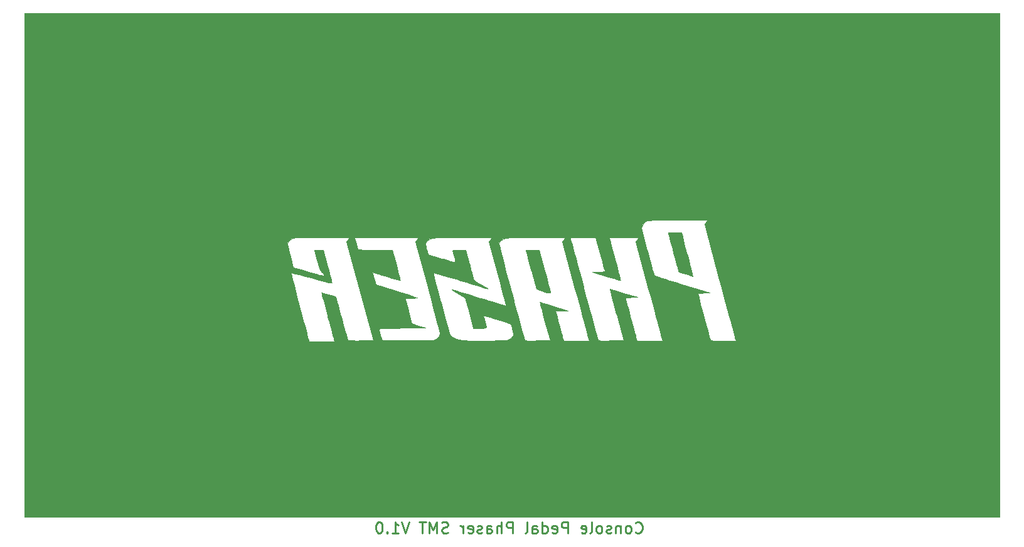
<source format=gbr>
G04 #@! TF.GenerationSoftware,KiCad,Pcbnew,(5.1.10)-1*
G04 #@! TF.CreationDate,2021-08-18T22:26:20-05:00*
G04 #@! TF.ProjectId,ConsolePedalPhaserSMT,436f6e73-6f6c-4655-9065-64616c506861,rev?*
G04 #@! TF.SameCoordinates,Original*
G04 #@! TF.FileFunction,Legend,Bot*
G04 #@! TF.FilePolarity,Positive*
%FSLAX46Y46*%
G04 Gerber Fmt 4.6, Leading zero omitted, Abs format (unit mm)*
G04 Created by KiCad (PCBNEW (5.1.10)-1) date 2021-08-18 22:26:20*
%MOMM*%
%LPD*%
G01*
G04 APERTURE LIST*
%ADD10C,0.250000*%
%ADD11C,0.010000*%
G04 APERTURE END LIST*
D10*
X149115714Y-121820714D02*
X149187142Y-121892142D01*
X149401428Y-121963571D01*
X149544285Y-121963571D01*
X149758571Y-121892142D01*
X149901428Y-121749285D01*
X149972857Y-121606428D01*
X150044285Y-121320714D01*
X150044285Y-121106428D01*
X149972857Y-120820714D01*
X149901428Y-120677857D01*
X149758571Y-120535000D01*
X149544285Y-120463571D01*
X149401428Y-120463571D01*
X149187142Y-120535000D01*
X149115714Y-120606428D01*
X148258571Y-121963571D02*
X148401428Y-121892142D01*
X148472857Y-121820714D01*
X148544285Y-121677857D01*
X148544285Y-121249285D01*
X148472857Y-121106428D01*
X148401428Y-121035000D01*
X148258571Y-120963571D01*
X148044285Y-120963571D01*
X147901428Y-121035000D01*
X147830000Y-121106428D01*
X147758571Y-121249285D01*
X147758571Y-121677857D01*
X147830000Y-121820714D01*
X147901428Y-121892142D01*
X148044285Y-121963571D01*
X148258571Y-121963571D01*
X147115714Y-120963571D02*
X147115714Y-121963571D01*
X147115714Y-121106428D02*
X147044285Y-121035000D01*
X146901428Y-120963571D01*
X146687142Y-120963571D01*
X146544285Y-121035000D01*
X146472857Y-121177857D01*
X146472857Y-121963571D01*
X145830000Y-121892142D02*
X145687142Y-121963571D01*
X145401428Y-121963571D01*
X145258571Y-121892142D01*
X145187142Y-121749285D01*
X145187142Y-121677857D01*
X145258571Y-121535000D01*
X145401428Y-121463571D01*
X145615714Y-121463571D01*
X145758571Y-121392142D01*
X145830000Y-121249285D01*
X145830000Y-121177857D01*
X145758571Y-121035000D01*
X145615714Y-120963571D01*
X145401428Y-120963571D01*
X145258571Y-121035000D01*
X144330000Y-121963571D02*
X144472857Y-121892142D01*
X144544285Y-121820714D01*
X144615714Y-121677857D01*
X144615714Y-121249285D01*
X144544285Y-121106428D01*
X144472857Y-121035000D01*
X144330000Y-120963571D01*
X144115714Y-120963571D01*
X143972857Y-121035000D01*
X143901428Y-121106428D01*
X143830000Y-121249285D01*
X143830000Y-121677857D01*
X143901428Y-121820714D01*
X143972857Y-121892142D01*
X144115714Y-121963571D01*
X144330000Y-121963571D01*
X142972857Y-121963571D02*
X143115714Y-121892142D01*
X143187142Y-121749285D01*
X143187142Y-120463571D01*
X141830000Y-121892142D02*
X141972857Y-121963571D01*
X142258571Y-121963571D01*
X142401428Y-121892142D01*
X142472857Y-121749285D01*
X142472857Y-121177857D01*
X142401428Y-121035000D01*
X142258571Y-120963571D01*
X141972857Y-120963571D01*
X141830000Y-121035000D01*
X141758571Y-121177857D01*
X141758571Y-121320714D01*
X142472857Y-121463571D01*
X139972857Y-121963571D02*
X139972857Y-120463571D01*
X139401428Y-120463571D01*
X139258571Y-120535000D01*
X139187142Y-120606428D01*
X139115714Y-120749285D01*
X139115714Y-120963571D01*
X139187142Y-121106428D01*
X139258571Y-121177857D01*
X139401428Y-121249285D01*
X139972857Y-121249285D01*
X137901428Y-121892142D02*
X138044285Y-121963571D01*
X138330000Y-121963571D01*
X138472857Y-121892142D01*
X138544285Y-121749285D01*
X138544285Y-121177857D01*
X138472857Y-121035000D01*
X138330000Y-120963571D01*
X138044285Y-120963571D01*
X137901428Y-121035000D01*
X137830000Y-121177857D01*
X137830000Y-121320714D01*
X138544285Y-121463571D01*
X136544285Y-121963571D02*
X136544285Y-120463571D01*
X136544285Y-121892142D02*
X136687142Y-121963571D01*
X136972857Y-121963571D01*
X137115714Y-121892142D01*
X137187142Y-121820714D01*
X137258571Y-121677857D01*
X137258571Y-121249285D01*
X137187142Y-121106428D01*
X137115714Y-121035000D01*
X136972857Y-120963571D01*
X136687142Y-120963571D01*
X136544285Y-121035000D01*
X135187142Y-121963571D02*
X135187142Y-121177857D01*
X135258571Y-121035000D01*
X135401428Y-120963571D01*
X135687142Y-120963571D01*
X135830000Y-121035000D01*
X135187142Y-121892142D02*
X135330000Y-121963571D01*
X135687142Y-121963571D01*
X135830000Y-121892142D01*
X135901428Y-121749285D01*
X135901428Y-121606428D01*
X135830000Y-121463571D01*
X135687142Y-121392142D01*
X135330000Y-121392142D01*
X135187142Y-121320714D01*
X134258571Y-121963571D02*
X134401428Y-121892142D01*
X134472857Y-121749285D01*
X134472857Y-120463571D01*
X132544285Y-121963571D02*
X132544285Y-120463571D01*
X131972857Y-120463571D01*
X131830000Y-120535000D01*
X131758571Y-120606428D01*
X131687142Y-120749285D01*
X131687142Y-120963571D01*
X131758571Y-121106428D01*
X131830000Y-121177857D01*
X131972857Y-121249285D01*
X132544285Y-121249285D01*
X131044285Y-121963571D02*
X131044285Y-120463571D01*
X130401428Y-121963571D02*
X130401428Y-121177857D01*
X130472857Y-121035000D01*
X130615714Y-120963571D01*
X130830000Y-120963571D01*
X130972857Y-121035000D01*
X131044285Y-121106428D01*
X129044285Y-121963571D02*
X129044285Y-121177857D01*
X129115714Y-121035000D01*
X129258571Y-120963571D01*
X129544285Y-120963571D01*
X129687142Y-121035000D01*
X129044285Y-121892142D02*
X129187142Y-121963571D01*
X129544285Y-121963571D01*
X129687142Y-121892142D01*
X129758571Y-121749285D01*
X129758571Y-121606428D01*
X129687142Y-121463571D01*
X129544285Y-121392142D01*
X129187142Y-121392142D01*
X129044285Y-121320714D01*
X128401428Y-121892142D02*
X128258571Y-121963571D01*
X127972857Y-121963571D01*
X127830000Y-121892142D01*
X127758571Y-121749285D01*
X127758571Y-121677857D01*
X127830000Y-121535000D01*
X127972857Y-121463571D01*
X128187142Y-121463571D01*
X128330000Y-121392142D01*
X128401428Y-121249285D01*
X128401428Y-121177857D01*
X128330000Y-121035000D01*
X128187142Y-120963571D01*
X127972857Y-120963571D01*
X127830000Y-121035000D01*
X126544285Y-121892142D02*
X126687142Y-121963571D01*
X126972857Y-121963571D01*
X127115714Y-121892142D01*
X127187142Y-121749285D01*
X127187142Y-121177857D01*
X127115714Y-121035000D01*
X126972857Y-120963571D01*
X126687142Y-120963571D01*
X126544285Y-121035000D01*
X126472857Y-121177857D01*
X126472857Y-121320714D01*
X127187142Y-121463571D01*
X125830000Y-121963571D02*
X125830000Y-120963571D01*
X125830000Y-121249285D02*
X125758571Y-121106428D01*
X125687142Y-121035000D01*
X125544285Y-120963571D01*
X125401428Y-120963571D01*
X123830000Y-121892142D02*
X123615714Y-121963571D01*
X123258571Y-121963571D01*
X123115714Y-121892142D01*
X123044285Y-121820714D01*
X122972857Y-121677857D01*
X122972857Y-121535000D01*
X123044285Y-121392142D01*
X123115714Y-121320714D01*
X123258571Y-121249285D01*
X123544285Y-121177857D01*
X123687142Y-121106428D01*
X123758571Y-121035000D01*
X123830000Y-120892142D01*
X123830000Y-120749285D01*
X123758571Y-120606428D01*
X123687142Y-120535000D01*
X123544285Y-120463571D01*
X123187142Y-120463571D01*
X122972857Y-120535000D01*
X122330000Y-121963571D02*
X122330000Y-120463571D01*
X121830000Y-121535000D01*
X121330000Y-120463571D01*
X121330000Y-121963571D01*
X120830000Y-120463571D02*
X119972857Y-120463571D01*
X120401428Y-121963571D02*
X120401428Y-120463571D01*
X118544285Y-120463571D02*
X118044285Y-121963571D01*
X117544285Y-120463571D01*
X116258571Y-121963571D02*
X117115714Y-121963571D01*
X116687142Y-121963571D02*
X116687142Y-120463571D01*
X116830000Y-120677857D01*
X116972857Y-120820714D01*
X117115714Y-120892142D01*
X115615714Y-121820714D02*
X115544285Y-121892142D01*
X115615714Y-121963571D01*
X115687142Y-121892142D01*
X115615714Y-121820714D01*
X115615714Y-121963571D01*
X114615714Y-120463571D02*
X114472857Y-120463571D01*
X114330000Y-120535000D01*
X114258571Y-120606428D01*
X114187142Y-120749285D01*
X114115714Y-121035000D01*
X114115714Y-121392142D01*
X114187142Y-121677857D01*
X114258571Y-121820714D01*
X114330000Y-121892142D01*
X114472857Y-121963571D01*
X114615714Y-121963571D01*
X114758571Y-121892142D01*
X114830000Y-121820714D01*
X114901428Y-121677857D01*
X114972857Y-121392142D01*
X114972857Y-121035000D01*
X114901428Y-120749285D01*
X114830000Y-120606428D01*
X114758571Y-120535000D01*
X114615714Y-120463571D01*
X146429285Y-111071761D02*
X145286428Y-111071761D01*
X145857857Y-113071761D02*
X145857857Y-111071761D01*
X144619761Y-113071761D02*
X144619761Y-111071761D01*
X143762619Y-113071761D02*
X143762619Y-112024142D01*
X143857857Y-111833666D01*
X144048333Y-111738428D01*
X144334047Y-111738428D01*
X144524523Y-111833666D01*
X144619761Y-111928904D01*
X142524523Y-113071761D02*
X142715000Y-112976523D01*
X142810238Y-112881285D01*
X142905476Y-112690809D01*
X142905476Y-112119380D01*
X142810238Y-111928904D01*
X142715000Y-111833666D01*
X142524523Y-111738428D01*
X142238809Y-111738428D01*
X142048333Y-111833666D01*
X141953095Y-111928904D01*
X141857857Y-112119380D01*
X141857857Y-112690809D01*
X141953095Y-112881285D01*
X142048333Y-112976523D01*
X142238809Y-113071761D01*
X142524523Y-113071761D01*
X141000714Y-113071761D02*
X141000714Y-111738428D01*
X141000714Y-111928904D02*
X140905476Y-111833666D01*
X140715000Y-111738428D01*
X140429285Y-111738428D01*
X140238809Y-111833666D01*
X140143571Y-112024142D01*
X140143571Y-113071761D01*
X140143571Y-112024142D02*
X140048333Y-111833666D01*
X139857857Y-111738428D01*
X139572142Y-111738428D01*
X139381666Y-111833666D01*
X139286428Y-112024142D01*
X139286428Y-113071761D01*
X137476904Y-113071761D02*
X137476904Y-112024142D01*
X137572142Y-111833666D01*
X137762619Y-111738428D01*
X138143571Y-111738428D01*
X138334047Y-111833666D01*
X137476904Y-112976523D02*
X137667380Y-113071761D01*
X138143571Y-113071761D01*
X138334047Y-112976523D01*
X138429285Y-112786047D01*
X138429285Y-112595571D01*
X138334047Y-112405095D01*
X138143571Y-112309857D01*
X137667380Y-112309857D01*
X137476904Y-112214619D01*
X136619761Y-112976523D02*
X136429285Y-113071761D01*
X136048333Y-113071761D01*
X135857857Y-112976523D01*
X135762619Y-112786047D01*
X135762619Y-112690809D01*
X135857857Y-112500333D01*
X136048333Y-112405095D01*
X136334047Y-112405095D01*
X136524523Y-112309857D01*
X136619761Y-112119380D01*
X136619761Y-112024142D01*
X136524523Y-111833666D01*
X136334047Y-111738428D01*
X136048333Y-111738428D01*
X135857857Y-111833666D01*
X133381666Y-113071761D02*
X133381666Y-111071761D01*
X132715000Y-112500333D01*
X132048333Y-111071761D01*
X132048333Y-113071761D01*
X130238809Y-112976523D02*
X130429285Y-113071761D01*
X130810238Y-113071761D01*
X131000714Y-112976523D01*
X131095952Y-112881285D01*
X131191190Y-112690809D01*
X131191190Y-112119380D01*
X131095952Y-111928904D01*
X131000714Y-111833666D01*
X130810238Y-111738428D01*
X130429285Y-111738428D01*
X130238809Y-111833666D01*
X129381666Y-113071761D02*
X129381666Y-111071761D01*
X128905476Y-111071761D01*
X128619761Y-111167000D01*
X128429285Y-111357476D01*
X128334047Y-111547952D01*
X128238809Y-111928904D01*
X128238809Y-112214619D01*
X128334047Y-112595571D01*
X128429285Y-112786047D01*
X128619761Y-112976523D01*
X128905476Y-113071761D01*
X129381666Y-113071761D01*
X127095952Y-113071761D02*
X127286428Y-112976523D01*
X127381666Y-112881285D01*
X127476904Y-112690809D01*
X127476904Y-112119380D01*
X127381666Y-111928904D01*
X127286428Y-111833666D01*
X127095952Y-111738428D01*
X126810238Y-111738428D01*
X126619761Y-111833666D01*
X126524523Y-111928904D01*
X126429285Y-112119380D01*
X126429285Y-112690809D01*
X126524523Y-112881285D01*
X126619761Y-112976523D01*
X126810238Y-113071761D01*
X127095952Y-113071761D01*
X125572142Y-111738428D02*
X125572142Y-113071761D01*
X125572142Y-111928904D02*
X125476904Y-111833666D01*
X125286428Y-111738428D01*
X125000714Y-111738428D01*
X124810238Y-111833666D01*
X124715000Y-112024142D01*
X124715000Y-113071761D01*
X122905476Y-113071761D02*
X122905476Y-112024142D01*
X123000714Y-111833666D01*
X123191190Y-111738428D01*
X123572142Y-111738428D01*
X123762619Y-111833666D01*
X122905476Y-112976523D02*
X123095952Y-113071761D01*
X123572142Y-113071761D01*
X123762619Y-112976523D01*
X123857857Y-112786047D01*
X123857857Y-112595571D01*
X123762619Y-112405095D01*
X123572142Y-112309857D01*
X123095952Y-112309857D01*
X122905476Y-112214619D01*
X121095952Y-111738428D02*
X121095952Y-113357476D01*
X121191190Y-113547952D01*
X121286428Y-113643190D01*
X121476904Y-113738428D01*
X121762619Y-113738428D01*
X121953095Y-113643190D01*
X121095952Y-112976523D02*
X121286428Y-113071761D01*
X121667380Y-113071761D01*
X121857857Y-112976523D01*
X121953095Y-112881285D01*
X122048333Y-112690809D01*
X122048333Y-112119380D01*
X121953095Y-111928904D01*
X121857857Y-111833666D01*
X121667380Y-111738428D01*
X121286428Y-111738428D01*
X121095952Y-111833666D01*
X120143571Y-113071761D02*
X120143571Y-111071761D01*
X119286428Y-113071761D02*
X119286428Y-112024142D01*
X119381666Y-111833666D01*
X119572142Y-111738428D01*
X119857857Y-111738428D01*
X120048333Y-111833666D01*
X120143571Y-111928904D01*
X145619761Y-116226523D02*
X145810238Y-116321761D01*
X146191190Y-116321761D01*
X146381666Y-116226523D01*
X146476904Y-116131285D01*
X146572142Y-115940809D01*
X146572142Y-115369380D01*
X146476904Y-115178904D01*
X146381666Y-115083666D01*
X146191190Y-114988428D01*
X145810238Y-114988428D01*
X145619761Y-115083666D01*
X144476904Y-116321761D02*
X144667380Y-116226523D01*
X144762619Y-116131285D01*
X144857857Y-115940809D01*
X144857857Y-115369380D01*
X144762619Y-115178904D01*
X144667380Y-115083666D01*
X144476904Y-114988428D01*
X144191190Y-114988428D01*
X144000714Y-115083666D01*
X143905476Y-115178904D01*
X143810238Y-115369380D01*
X143810238Y-115940809D01*
X143905476Y-116131285D01*
X144000714Y-116226523D01*
X144191190Y-116321761D01*
X144476904Y-116321761D01*
X142953095Y-114988428D02*
X142953095Y-116321761D01*
X142953095Y-115178904D02*
X142857857Y-115083666D01*
X142667380Y-114988428D01*
X142381666Y-114988428D01*
X142191190Y-115083666D01*
X142095952Y-115274142D01*
X142095952Y-116321761D01*
X141238809Y-116226523D02*
X141048333Y-116321761D01*
X140667380Y-116321761D01*
X140476904Y-116226523D01*
X140381666Y-116036047D01*
X140381666Y-115940809D01*
X140476904Y-115750333D01*
X140667380Y-115655095D01*
X140953095Y-115655095D01*
X141143571Y-115559857D01*
X141238809Y-115369380D01*
X141238809Y-115274142D01*
X141143571Y-115083666D01*
X140953095Y-114988428D01*
X140667380Y-114988428D01*
X140476904Y-115083666D01*
X139238809Y-116321761D02*
X139429285Y-116226523D01*
X139524523Y-116131285D01*
X139619761Y-115940809D01*
X139619761Y-115369380D01*
X139524523Y-115178904D01*
X139429285Y-115083666D01*
X139238809Y-114988428D01*
X138953095Y-114988428D01*
X138762619Y-115083666D01*
X138667380Y-115178904D01*
X138572142Y-115369380D01*
X138572142Y-115940809D01*
X138667380Y-116131285D01*
X138762619Y-116226523D01*
X138953095Y-116321761D01*
X139238809Y-116321761D01*
X137429285Y-116321761D02*
X137619761Y-116226523D01*
X137715000Y-116036047D01*
X137715000Y-114321761D01*
X135905476Y-116226523D02*
X136095952Y-116321761D01*
X136476904Y-116321761D01*
X136667380Y-116226523D01*
X136762619Y-116036047D01*
X136762619Y-115274142D01*
X136667380Y-115083666D01*
X136476904Y-114988428D01*
X136095952Y-114988428D01*
X135905476Y-115083666D01*
X135810238Y-115274142D01*
X135810238Y-115464619D01*
X136762619Y-115655095D01*
X134953095Y-114988428D02*
X134953095Y-116988428D01*
X134953095Y-115083666D02*
X134762619Y-114988428D01*
X134381666Y-114988428D01*
X134191190Y-115083666D01*
X134095952Y-115178904D01*
X134000714Y-115369380D01*
X134000714Y-115940809D01*
X134095952Y-116131285D01*
X134191190Y-116226523D01*
X134381666Y-116321761D01*
X134762619Y-116321761D01*
X134953095Y-116226523D01*
X132381666Y-116226523D02*
X132572142Y-116321761D01*
X132953095Y-116321761D01*
X133143571Y-116226523D01*
X133238809Y-116036047D01*
X133238809Y-115274142D01*
X133143571Y-115083666D01*
X132953095Y-114988428D01*
X132572142Y-114988428D01*
X132381666Y-115083666D01*
X132286428Y-115274142D01*
X132286428Y-115464619D01*
X133238809Y-115655095D01*
X130572142Y-116321761D02*
X130572142Y-114321761D01*
X130572142Y-116226523D02*
X130762619Y-116321761D01*
X131143571Y-116321761D01*
X131334047Y-116226523D01*
X131429285Y-116131285D01*
X131524523Y-115940809D01*
X131524523Y-115369380D01*
X131429285Y-115178904D01*
X131334047Y-115083666D01*
X131143571Y-114988428D01*
X130762619Y-114988428D01*
X130572142Y-115083666D01*
X128762619Y-116321761D02*
X128762619Y-115274142D01*
X128857857Y-115083666D01*
X129048333Y-114988428D01*
X129429285Y-114988428D01*
X129619761Y-115083666D01*
X128762619Y-116226523D02*
X128953095Y-116321761D01*
X129429285Y-116321761D01*
X129619761Y-116226523D01*
X129715000Y-116036047D01*
X129715000Y-115845571D01*
X129619761Y-115655095D01*
X129429285Y-115559857D01*
X128953095Y-115559857D01*
X128762619Y-115464619D01*
X127524523Y-116321761D02*
X127715000Y-116226523D01*
X127810238Y-116036047D01*
X127810238Y-114321761D01*
X126857857Y-116226523D02*
X126667380Y-116321761D01*
X126286428Y-116321761D01*
X126095952Y-116226523D01*
X126000714Y-116036047D01*
X126000714Y-115940809D01*
X126095952Y-115750333D01*
X126286428Y-115655095D01*
X126572142Y-115655095D01*
X126762619Y-115559857D01*
X126857857Y-115369380D01*
X126857857Y-115274142D01*
X126762619Y-115083666D01*
X126572142Y-114988428D01*
X126286428Y-114988428D01*
X126095952Y-115083666D01*
X125143571Y-116131285D02*
X125048333Y-116226523D01*
X125143571Y-116321761D01*
X125238809Y-116226523D01*
X125143571Y-116131285D01*
X125143571Y-116321761D01*
X123334047Y-116226523D02*
X123524523Y-116321761D01*
X123905476Y-116321761D01*
X124095952Y-116226523D01*
X124191190Y-116131285D01*
X124286428Y-115940809D01*
X124286428Y-115369380D01*
X124191190Y-115178904D01*
X124095952Y-115083666D01*
X123905476Y-114988428D01*
X123524523Y-114988428D01*
X123334047Y-115083666D01*
X122191190Y-116321761D02*
X122381666Y-116226523D01*
X122476904Y-116131285D01*
X122572142Y-115940809D01*
X122572142Y-115369380D01*
X122476904Y-115178904D01*
X122381666Y-115083666D01*
X122191190Y-114988428D01*
X121905476Y-114988428D01*
X121715000Y-115083666D01*
X121619761Y-115178904D01*
X121524523Y-115369380D01*
X121524523Y-115940809D01*
X121619761Y-116131285D01*
X121715000Y-116226523D01*
X121905476Y-116321761D01*
X122191190Y-116321761D01*
X120667380Y-116321761D02*
X120667380Y-114988428D01*
X120667380Y-115178904D02*
X120572142Y-115083666D01*
X120381666Y-114988428D01*
X120095952Y-114988428D01*
X119905476Y-115083666D01*
X119810238Y-115274142D01*
X119810238Y-116321761D01*
X119810238Y-115274142D02*
X119715000Y-115083666D01*
X119524523Y-114988428D01*
X119238809Y-114988428D01*
X119048333Y-115083666D01*
X118953095Y-115274142D01*
X118953095Y-116321761D01*
D11*
G04 #@! TO.C,G\u002A\u002A\u002A*
G36*
X66675000Y-119761000D02*
G01*
X198247000Y-119761000D01*
X198247000Y-95969666D01*
X162677873Y-95969666D01*
X160952476Y-95969666D01*
X152767351Y-95969666D01*
X149314397Y-95969666D01*
X142861351Y-95969666D01*
X139416799Y-95969666D01*
X139330376Y-95694500D01*
X139282275Y-95528994D01*
X139199148Y-95229899D01*
X139089218Y-94827342D01*
X138960705Y-94351454D01*
X138821830Y-93832361D01*
X138804789Y-93768333D01*
X138669009Y-93260074D01*
X138546227Y-92804605D01*
X138443683Y-92428457D01*
X138368621Y-92158161D01*
X138328280Y-92020247D01*
X138325255Y-92011500D01*
X138348589Y-91961377D01*
X138477752Y-91928014D01*
X138733485Y-91908655D01*
X139136531Y-91900545D01*
X139161775Y-91900381D01*
X140038667Y-91895095D01*
X138139207Y-91309230D01*
X137603030Y-91144910D01*
X137123809Y-91000066D01*
X136724182Y-90881375D01*
X136426786Y-90795513D01*
X136254260Y-90749156D01*
X136219897Y-90743214D01*
X136236240Y-90826657D01*
X136291897Y-91053845D01*
X136381757Y-91405122D01*
X136500710Y-91860831D01*
X136643643Y-92401315D01*
X136805447Y-93006918D01*
X136896467Y-93345198D01*
X137592885Y-95927333D01*
X135903624Y-95950292D01*
X135386578Y-95955455D01*
X134929620Y-95956466D01*
X134558895Y-95953559D01*
X134300548Y-95946969D01*
X134180727Y-95936930D01*
X134175921Y-95934809D01*
X134145612Y-95846037D01*
X134076201Y-95608605D01*
X133971721Y-95237602D01*
X133904809Y-94995911D01*
X132622494Y-94995911D01*
X132601594Y-95224848D01*
X132521363Y-95408605D01*
X132498992Y-95442172D01*
X132402546Y-95567918D01*
X132294953Y-95671177D01*
X132159386Y-95754215D01*
X131979016Y-95819299D01*
X131737018Y-95868697D01*
X131416563Y-95904675D01*
X131000826Y-95929500D01*
X130472979Y-95945438D01*
X129816195Y-95954757D01*
X129013648Y-95959723D01*
X128647622Y-95961000D01*
X127832017Y-95962112D01*
X127166614Y-95959509D01*
X126632310Y-95952494D01*
X126210002Y-95940369D01*
X125880587Y-95922437D01*
X125624960Y-95898001D01*
X125424018Y-95866364D01*
X125303289Y-95838945D01*
X124782476Y-95656012D01*
X124370888Y-95411817D01*
X124093434Y-95122534D01*
X124043735Y-95033590D01*
X122724334Y-95033590D01*
X122644732Y-95358292D01*
X122415658Y-95627012D01*
X122051708Y-95825664D01*
X121835334Y-95891521D01*
X121696039Y-95904883D01*
X121407352Y-95916595D01*
X120989208Y-95926385D01*
X120461541Y-95933984D01*
X119844287Y-95939119D01*
X119157382Y-95941520D01*
X118420759Y-95940917D01*
X118245102Y-95940319D01*
X114908870Y-95927333D01*
X113714666Y-95927333D01*
X112023776Y-95950301D01*
X111435345Y-95954242D01*
X110949548Y-95949233D01*
X110583746Y-95935860D01*
X110355304Y-95914709D01*
X110282382Y-95891550D01*
X110249445Y-95793073D01*
X110178721Y-95550256D01*
X110075557Y-95182502D01*
X109945305Y-94709219D01*
X109793312Y-94149813D01*
X109624927Y-93523688D01*
X109482576Y-92989916D01*
X109303516Y-92323379D01*
X109134293Y-91707370D01*
X108980573Y-91161466D01*
X108848023Y-90705243D01*
X108742308Y-90358280D01*
X108669096Y-90140154D01*
X108637971Y-90071806D01*
X108531172Y-90015003D01*
X108309047Y-89927260D01*
X108011052Y-89821349D01*
X107676643Y-89710042D01*
X107345276Y-89606112D01*
X107056407Y-89522330D01*
X106849492Y-89471471D01*
X106764657Y-89465393D01*
X106780194Y-89550311D01*
X106835626Y-89781117D01*
X106926413Y-90140301D01*
X107048012Y-90610353D01*
X107195880Y-91173763D01*
X107365474Y-91813020D01*
X107552253Y-92510615D01*
X107617344Y-92752333D01*
X107809523Y-93465324D01*
X107987297Y-94125516D01*
X108145971Y-94715429D01*
X108280853Y-95217583D01*
X108387247Y-95614497D01*
X108460460Y-95888691D01*
X108495798Y-96022685D01*
X108498349Y-96033166D01*
X108418484Y-96039540D01*
X108194349Y-96045145D01*
X107851009Y-96049673D01*
X107413525Y-96052817D01*
X106906962Y-96054270D01*
X106773846Y-96054333D01*
X105047358Y-96054333D01*
X104998488Y-95859622D01*
X104967816Y-95742728D01*
X104897545Y-95478017D01*
X104791880Y-95081241D01*
X104655025Y-94568152D01*
X104491185Y-93954501D01*
X104304565Y-93256041D01*
X104099370Y-92488525D01*
X103879804Y-91667703D01*
X103762705Y-91230115D01*
X103539921Y-90394192D01*
X103332256Y-89608184D01*
X103143559Y-88887132D01*
X102977681Y-88246076D01*
X102838469Y-87700057D01*
X102729775Y-87264116D01*
X102655446Y-86953293D01*
X102619332Y-86782630D01*
X102617151Y-86753960D01*
X102705547Y-86766125D01*
X102937606Y-86819598D01*
X103294115Y-86909365D01*
X103755864Y-87030413D01*
X104303641Y-87177728D01*
X104918234Y-87346296D01*
X105388922Y-87477336D01*
X106172119Y-87693757D01*
X106836577Y-87871253D01*
X107373857Y-88007768D01*
X107775524Y-88101245D01*
X108033141Y-88149631D01*
X108138270Y-88150867D01*
X108140249Y-88147702D01*
X108124612Y-88043608D01*
X108069827Y-87798717D01*
X107981491Y-87435548D01*
X107865204Y-86976617D01*
X107726562Y-86444442D01*
X107579998Y-85894333D01*
X106998832Y-83735333D01*
X106394916Y-83710457D01*
X106099886Y-83703056D01*
X105884776Y-83706719D01*
X105791932Y-83720593D01*
X105791000Y-83722616D01*
X105811829Y-83812837D01*
X105869360Y-84038048D01*
X105956162Y-84369758D01*
X106064804Y-84779476D01*
X106139777Y-85059826D01*
X106277130Y-85562314D01*
X106387614Y-85933536D01*
X106484955Y-86206621D01*
X106582878Y-86414698D01*
X106695110Y-86590897D01*
X106835376Y-86768346D01*
X106859443Y-86796837D01*
X107046031Y-87022289D01*
X107179236Y-87194096D01*
X107230333Y-87275200D01*
X107230334Y-87275297D01*
X107155275Y-87270600D01*
X106953285Y-87224221D01*
X106659148Y-87144702D01*
X106447167Y-87082925D01*
X106083406Y-86974668D01*
X105608598Y-86833981D01*
X105074189Y-86676076D01*
X104531623Y-86516166D01*
X104303928Y-86449195D01*
X102943855Y-86049461D01*
X102547094Y-84546492D01*
X102420078Y-84056149D01*
X102309906Y-83613274D01*
X102223580Y-83247464D01*
X102168105Y-82988316D01*
X102150334Y-82869641D01*
X102232327Y-82619573D01*
X102469187Y-82368607D01*
X102766742Y-82174404D01*
X102848827Y-82132553D01*
X102938288Y-82097974D01*
X103051175Y-82069975D01*
X103203533Y-82047861D01*
X103411410Y-82030941D01*
X103690854Y-82018522D01*
X104057911Y-82009909D01*
X104528629Y-82004410D01*
X105119054Y-82001332D01*
X105845235Y-81999982D01*
X106723217Y-81999667D01*
X106812628Y-81999666D01*
X110538438Y-81999666D01*
X110338223Y-82294310D01*
X110138008Y-82588953D01*
X113714666Y-95927333D01*
X114908870Y-95927333D01*
X114714220Y-95207666D01*
X114625997Y-94871725D01*
X114557640Y-94592947D01*
X114519808Y-94415580D01*
X114515619Y-94383197D01*
X114551596Y-94354587D01*
X114670325Y-94330598D01*
X114884492Y-94310719D01*
X115206777Y-94294438D01*
X115649866Y-94281244D01*
X116226440Y-94270625D01*
X116949183Y-94262070D01*
X117665500Y-94256197D01*
X120819334Y-94234000D01*
X119888140Y-93932148D01*
X118956947Y-93630297D01*
X118514492Y-91984815D01*
X118379792Y-91481229D01*
X118261396Y-91033567D01*
X118165981Y-90667483D01*
X118100221Y-90408628D01*
X118070788Y-90282655D01*
X118069853Y-90275833D01*
X118147456Y-90248770D01*
X118358046Y-90227449D01*
X118665305Y-90214697D01*
X118886112Y-90212333D01*
X119226596Y-90206332D01*
X119484686Y-90190170D01*
X119627494Y-90166605D01*
X119643127Y-90148833D01*
X119550355Y-90109685D01*
X119314737Y-90027338D01*
X118955395Y-89907994D01*
X118491448Y-89757857D01*
X117942018Y-89583127D01*
X117326225Y-89390009D01*
X116820008Y-89233030D01*
X114058318Y-88380728D01*
X113828628Y-87526177D01*
X113598937Y-86671626D01*
X113822469Y-86747283D01*
X114073035Y-86829167D01*
X114421022Y-86938888D01*
X114838471Y-87068048D01*
X115297423Y-87208248D01*
X115769918Y-87351089D01*
X116227998Y-87488172D01*
X116643702Y-87611099D01*
X116989072Y-87711471D01*
X117236148Y-87780889D01*
X117356972Y-87810954D01*
X117364324Y-87811232D01*
X117349859Y-87726695D01*
X117297265Y-87500894D01*
X117212128Y-87156158D01*
X117100032Y-86714816D01*
X116966561Y-86199196D01*
X116851778Y-85761973D01*
X116316614Y-83735333D01*
X113980091Y-83712836D01*
X113286936Y-83705407D01*
X112744396Y-83697152D01*
X112333753Y-83686738D01*
X112036289Y-83672835D01*
X111833286Y-83654110D01*
X111706026Y-83629232D01*
X111635792Y-83596871D01*
X111603865Y-83555694D01*
X111599566Y-83543503D01*
X111526131Y-83288959D01*
X111440356Y-82977864D01*
X111354042Y-82654964D01*
X111278989Y-82365007D01*
X111226995Y-82152742D01*
X111209667Y-82064868D01*
X111291689Y-82052231D01*
X111527176Y-82040401D01*
X111900262Y-82029618D01*
X112395081Y-82020120D01*
X112995764Y-82012149D01*
X113686446Y-82005942D01*
X114451259Y-82001739D01*
X115274338Y-81999780D01*
X115530719Y-81999666D01*
X119851772Y-81999666D01*
X119651486Y-82294413D01*
X119451201Y-82589159D01*
X121087767Y-88700842D01*
X121352154Y-89691087D01*
X121603304Y-90637396D01*
X121837787Y-91526496D01*
X122052171Y-92345112D01*
X122243028Y-93079972D01*
X122406926Y-93717803D01*
X122540436Y-94245330D01*
X122640128Y-94649280D01*
X122702570Y-94916380D01*
X122724333Y-95033356D01*
X122724334Y-95033590D01*
X124043735Y-95033590D01*
X124032837Y-95014087D01*
X123985907Y-94878789D01*
X123903487Y-94605102D01*
X123790614Y-94211941D01*
X123652327Y-93718224D01*
X123493664Y-93142868D01*
X123319662Y-92504789D01*
X123135360Y-91822906D01*
X122945797Y-91116133D01*
X122756010Y-90403390D01*
X122571037Y-89703592D01*
X122395916Y-89035656D01*
X122235686Y-88418500D01*
X122095384Y-87871041D01*
X121980050Y-87412195D01*
X121894720Y-87060879D01*
X121844433Y-86836011D01*
X121833683Y-86756761D01*
X121919778Y-86773053D01*
X122151302Y-86834606D01*
X122511915Y-86936629D01*
X122985276Y-87074333D01*
X123555048Y-87242930D01*
X124204890Y-87437629D01*
X124918463Y-87653641D01*
X125522080Y-87837920D01*
X126274532Y-88067600D01*
X126976042Y-88280042D01*
X127610305Y-88470429D01*
X128161014Y-88633947D01*
X128611865Y-88765779D01*
X128946550Y-88861111D01*
X129148766Y-88915125D01*
X129204190Y-88925365D01*
X129146558Y-88875092D01*
X128966783Y-88759394D01*
X128691148Y-88594353D01*
X128345938Y-88396054D01*
X128262811Y-88349308D01*
X127836046Y-88103405D01*
X127540714Y-87914922D01*
X127355542Y-87768109D01*
X127259254Y-87647216D01*
X127237460Y-87590230D01*
X127200850Y-87447526D01*
X127127949Y-87168161D01*
X127025854Y-86779154D01*
X126901661Y-86307526D01*
X126762468Y-85780295D01*
X126703064Y-85555666D01*
X126221430Y-83735333D01*
X125312912Y-83711234D01*
X124912027Y-83702686D01*
X124652465Y-83705277D01*
X124506364Y-83723095D01*
X124445859Y-83760231D01*
X124443089Y-83820774D01*
X124447629Y-83838234D01*
X124613271Y-84432422D01*
X124730225Y-84886308D01*
X124797046Y-85193733D01*
X124812286Y-85348540D01*
X124806389Y-85364500D01*
X124715130Y-85354738D01*
X124485973Y-85300946D01*
X124142660Y-85209554D01*
X123708934Y-85086989D01*
X123208537Y-84939680D01*
X122958343Y-84864113D01*
X121158000Y-84316022D01*
X121007011Y-83856344D01*
X120910382Y-83525765D01*
X120832693Y-83196521D01*
X120807175Y-83052682D01*
X120791469Y-82815335D01*
X120848769Y-82645099D01*
X121008459Y-82458614D01*
X121021024Y-82446001D01*
X121392779Y-82193732D01*
X121711861Y-82091486D01*
X121916395Y-82067159D01*
X122282211Y-82046286D01*
X122801289Y-82029043D01*
X123465608Y-82015602D01*
X124267149Y-82006138D01*
X125197892Y-82000825D01*
X125948887Y-81999666D01*
X129757772Y-81999666D01*
X129557618Y-82294219D01*
X129357464Y-82588771D01*
X130521293Y-86929603D01*
X130742354Y-87755205D01*
X130949152Y-88529655D01*
X131137706Y-89237898D01*
X131304037Y-89864880D01*
X131444162Y-90395549D01*
X131554102Y-90814849D01*
X131629876Y-91107727D01*
X131667503Y-91259130D01*
X131670894Y-91277130D01*
X131589682Y-91254437D01*
X131363195Y-91186829D01*
X131007957Y-91079345D01*
X130540490Y-90937021D01*
X129977319Y-90764897D01*
X129334965Y-90568009D01*
X128629953Y-90351396D01*
X128143000Y-90201506D01*
X127395151Y-89971720D01*
X126689998Y-89756156D01*
X126045591Y-89560251D01*
X125479978Y-89389443D01*
X125011208Y-89249169D01*
X124657329Y-89144867D01*
X124436389Y-89081973D01*
X124375334Y-89066415D01*
X124349799Y-89085003D01*
X124455178Y-89172904D01*
X124673936Y-89317967D01*
X124988538Y-89508041D01*
X125133556Y-89591822D01*
X126145778Y-90170000D01*
X126692521Y-92223166D01*
X127239264Y-94276333D01*
X128114466Y-94276333D01*
X128535060Y-94270462D01*
X128807294Y-94251161D01*
X128951791Y-94215896D01*
X128989667Y-94168798D01*
X128968333Y-94045228D01*
X128911722Y-93802089D01*
X128830923Y-93482671D01*
X128737025Y-93130268D01*
X128641115Y-92788171D01*
X128601495Y-92653271D01*
X128604877Y-92598252D01*
X128674958Y-92582579D01*
X128835806Y-92610140D01*
X129111494Y-92684826D01*
X129472944Y-92794082D01*
X129959599Y-92944317D01*
X130522305Y-93117922D01*
X131075277Y-93288436D01*
X131361924Y-93376779D01*
X132337181Y-93677270D01*
X132484468Y-94251968D01*
X132583606Y-94684162D01*
X132622494Y-94995911D01*
X133904809Y-94995911D01*
X133836205Y-94748115D01*
X133673686Y-94155231D01*
X133488199Y-93474039D01*
X133283776Y-92719625D01*
X133064451Y-91907078D01*
X132834257Y-91051486D01*
X132597227Y-90167935D01*
X132357396Y-89271513D01*
X132118796Y-88377309D01*
X131885460Y-87500409D01*
X131661422Y-86655902D01*
X131450716Y-85858875D01*
X131257375Y-85124415D01*
X131085431Y-84467611D01*
X130938919Y-83903550D01*
X130821872Y-83447320D01*
X130738324Y-83114008D01*
X130692306Y-82918702D01*
X130684389Y-82874012D01*
X130759647Y-82643075D01*
X130963059Y-82414782D01*
X131256067Y-82221456D01*
X131600112Y-82095420D01*
X131617861Y-82091486D01*
X131822395Y-82067159D01*
X132188211Y-82046286D01*
X132707289Y-82029043D01*
X133371608Y-82015602D01*
X134173149Y-82006138D01*
X135103892Y-82000825D01*
X135854887Y-81999666D01*
X139663772Y-81999666D01*
X139463717Y-82294074D01*
X139263661Y-82588482D01*
X140973355Y-88961574D01*
X141245554Y-89976038D01*
X141506646Y-90948749D01*
X141753074Y-91866469D01*
X141981276Y-92715957D01*
X142187695Y-93483975D01*
X142368770Y-94157283D01*
X142520941Y-94722641D01*
X142640650Y-95166811D01*
X142724336Y-95476554D01*
X142768441Y-95638629D01*
X142772200Y-95652166D01*
X142861351Y-95969666D01*
X149314397Y-95969666D01*
X149188545Y-95525166D01*
X149107032Y-95231877D01*
X148998453Y-94833286D01*
X148869017Y-94352914D01*
X148724929Y-93814286D01*
X148572398Y-93240924D01*
X148417629Y-92656349D01*
X148266831Y-92084086D01*
X148126209Y-91547656D01*
X148001972Y-91070583D01*
X147900325Y-90676388D01*
X147827476Y-90388595D01*
X147789632Y-90230727D01*
X147785667Y-90208655D01*
X147864258Y-90174435D01*
X148075742Y-90143051D01*
X148383685Y-90118908D01*
X148605116Y-90109565D01*
X149424566Y-90085333D01*
X147568446Y-89520392D01*
X147037648Y-89360575D01*
X146563264Y-89221071D01*
X146168422Y-89108406D01*
X145876250Y-89029110D01*
X145709876Y-88989709D01*
X145680319Y-88987458D01*
X145694711Y-89073344D01*
X145748974Y-89305642D01*
X145838737Y-89667315D01*
X145959633Y-90141322D01*
X146107293Y-90710623D01*
X146277347Y-91358181D01*
X146465428Y-92066955D01*
X146574088Y-92473399D01*
X147499865Y-95927333D01*
X145810114Y-95950292D01*
X145293003Y-95955462D01*
X144835990Y-95956496D01*
X144465212Y-95953625D01*
X144206807Y-95947080D01*
X144086915Y-95937094D01*
X144082085Y-95934973D01*
X144055569Y-95850359D01*
X143989161Y-95616745D01*
X143886794Y-95248694D01*
X143752399Y-94760770D01*
X143589910Y-94167536D01*
X143403260Y-93483555D01*
X143196380Y-92723392D01*
X142973204Y-91901609D01*
X142737664Y-91032771D01*
X142493693Y-90131440D01*
X142245223Y-89212180D01*
X141996187Y-88289555D01*
X141750518Y-87378128D01*
X141512148Y-86492463D01*
X141285010Y-85647124D01*
X141073036Y-84856673D01*
X140880160Y-84135674D01*
X140710313Y-83498691D01*
X140567428Y-82960288D01*
X140455439Y-82535027D01*
X140378277Y-82237473D01*
X140339875Y-82082188D01*
X140336248Y-82063166D01*
X140416324Y-82043992D01*
X140640564Y-82027165D01*
X140983804Y-82013613D01*
X141420880Y-82004266D01*
X141926629Y-82000052D01*
X142049500Y-81999907D01*
X143764000Y-82000147D01*
X144337920Y-84137740D01*
X144494762Y-84722091D01*
X144639047Y-85260010D01*
X144764350Y-85727514D01*
X144864244Y-86100619D01*
X144932305Y-86355340D01*
X144960798Y-86462658D01*
X144975834Y-86548346D01*
X144947483Y-86604085D01*
X144846535Y-86637746D01*
X144643783Y-86657198D01*
X144310018Y-86670311D01*
X144175212Y-86674324D01*
X143340667Y-86698666D01*
X145201504Y-87264940D01*
X145732397Y-87425306D01*
X146206197Y-87566148D01*
X146599954Y-87680832D01*
X146890719Y-87762724D01*
X147055543Y-87805188D01*
X147084310Y-87809246D01*
X147068301Y-87725346D01*
X147012902Y-87496782D01*
X146922975Y-87142340D01*
X146803381Y-86680803D01*
X146658981Y-86130957D01*
X146494635Y-85511587D01*
X146346241Y-84956972D01*
X146168071Y-84291806D01*
X146004689Y-83678626D01*
X145861135Y-83136590D01*
X145742445Y-82684857D01*
X145653659Y-82342587D01*
X145599814Y-82128938D01*
X145585269Y-82063166D01*
X145665768Y-82045303D01*
X145892247Y-82029384D01*
X146241356Y-82016152D01*
X146689746Y-82006352D01*
X147214068Y-82000729D01*
X147577053Y-81999666D01*
X149569772Y-81999666D01*
X149369717Y-82294074D01*
X149169661Y-82588482D01*
X150879355Y-88961574D01*
X151151554Y-89976038D01*
X151412646Y-90948749D01*
X151659074Y-91866469D01*
X151887276Y-92715957D01*
X152093695Y-93483975D01*
X152274770Y-94157283D01*
X152426941Y-94722641D01*
X152546650Y-95166811D01*
X152630336Y-95476554D01*
X152674441Y-95638629D01*
X152678200Y-95652166D01*
X152767351Y-95969666D01*
X160952476Y-95969666D01*
X160367221Y-95968555D01*
X159929346Y-95963999D01*
X159616906Y-95954161D01*
X159407956Y-95937205D01*
X159280550Y-95911296D01*
X159212743Y-95874597D01*
X159182589Y-95825274D01*
X159181382Y-95821500D01*
X159144468Y-95690972D01*
X159071872Y-95425084D01*
X158969405Y-95045678D01*
X158842876Y-94574598D01*
X158698094Y-94033686D01*
X158540870Y-93444786D01*
X158377014Y-92829741D01*
X158212333Y-92210393D01*
X158052640Y-91608586D01*
X157903742Y-91046162D01*
X157771451Y-90544966D01*
X157661575Y-90126839D01*
X157579924Y-89813625D01*
X157532308Y-89627166D01*
X157522334Y-89583876D01*
X157600896Y-89563273D01*
X157812221Y-89542612D01*
X158119766Y-89524899D01*
X158336575Y-89516899D01*
X159150815Y-89492666D01*
X155405634Y-88349666D01*
X154502255Y-88072942D01*
X153748686Y-87839568D01*
X153132265Y-87645181D01*
X152640329Y-87485419D01*
X152260215Y-87355920D01*
X151979261Y-87252323D01*
X151784804Y-87170265D01*
X151664182Y-87105385D01*
X151604731Y-87053320D01*
X151596038Y-87037333D01*
X151560293Y-86919389D01*
X151486409Y-86656860D01*
X151379584Y-86268851D01*
X151245016Y-85774472D01*
X151087904Y-85192828D01*
X150913446Y-84543028D01*
X150726841Y-83844179D01*
X150705255Y-83763097D01*
X149878885Y-80658195D01*
X150047034Y-80334097D01*
X150227621Y-80080616D01*
X150458069Y-79869784D01*
X150503258Y-79840666D01*
X150576135Y-79801557D01*
X150660188Y-79768826D01*
X150770587Y-79741798D01*
X150922499Y-79719794D01*
X151131095Y-79702138D01*
X151411543Y-79688153D01*
X151779011Y-79677161D01*
X152248668Y-79668486D01*
X152835684Y-79661449D01*
X153555227Y-79655375D01*
X154422465Y-79649586D01*
X154840862Y-79647038D01*
X158890390Y-79622743D01*
X158443168Y-80209081D01*
X160443261Y-87687207D01*
X160737938Y-88788578D01*
X161022068Y-89849770D01*
X161292349Y-90858495D01*
X161545480Y-91802462D01*
X161778159Y-92669384D01*
X161987083Y-93446971D01*
X162168951Y-94122935D01*
X162320461Y-94684986D01*
X162438311Y-95120835D01*
X162519199Y-95418194D01*
X162559823Y-95564773D01*
X162560614Y-95567500D01*
X162677873Y-95969666D01*
X198247000Y-95969666D01*
X198247000Y-51689000D01*
X66675000Y-51689000D01*
X66675000Y-119761000D01*
G37*
X66675000Y-119761000D02*
X198247000Y-119761000D01*
X198247000Y-95969666D01*
X162677873Y-95969666D01*
X160952476Y-95969666D01*
X152767351Y-95969666D01*
X149314397Y-95969666D01*
X142861351Y-95969666D01*
X139416799Y-95969666D01*
X139330376Y-95694500D01*
X139282275Y-95528994D01*
X139199148Y-95229899D01*
X139089218Y-94827342D01*
X138960705Y-94351454D01*
X138821830Y-93832361D01*
X138804789Y-93768333D01*
X138669009Y-93260074D01*
X138546227Y-92804605D01*
X138443683Y-92428457D01*
X138368621Y-92158161D01*
X138328280Y-92020247D01*
X138325255Y-92011500D01*
X138348589Y-91961377D01*
X138477752Y-91928014D01*
X138733485Y-91908655D01*
X139136531Y-91900545D01*
X139161775Y-91900381D01*
X140038667Y-91895095D01*
X138139207Y-91309230D01*
X137603030Y-91144910D01*
X137123809Y-91000066D01*
X136724182Y-90881375D01*
X136426786Y-90795513D01*
X136254260Y-90749156D01*
X136219897Y-90743214D01*
X136236240Y-90826657D01*
X136291897Y-91053845D01*
X136381757Y-91405122D01*
X136500710Y-91860831D01*
X136643643Y-92401315D01*
X136805447Y-93006918D01*
X136896467Y-93345198D01*
X137592885Y-95927333D01*
X135903624Y-95950292D01*
X135386578Y-95955455D01*
X134929620Y-95956466D01*
X134558895Y-95953559D01*
X134300548Y-95946969D01*
X134180727Y-95936930D01*
X134175921Y-95934809D01*
X134145612Y-95846037D01*
X134076201Y-95608605D01*
X133971721Y-95237602D01*
X133904809Y-94995911D01*
X132622494Y-94995911D01*
X132601594Y-95224848D01*
X132521363Y-95408605D01*
X132498992Y-95442172D01*
X132402546Y-95567918D01*
X132294953Y-95671177D01*
X132159386Y-95754215D01*
X131979016Y-95819299D01*
X131737018Y-95868697D01*
X131416563Y-95904675D01*
X131000826Y-95929500D01*
X130472979Y-95945438D01*
X129816195Y-95954757D01*
X129013648Y-95959723D01*
X128647622Y-95961000D01*
X127832017Y-95962112D01*
X127166614Y-95959509D01*
X126632310Y-95952494D01*
X126210002Y-95940369D01*
X125880587Y-95922437D01*
X125624960Y-95898001D01*
X125424018Y-95866364D01*
X125303289Y-95838945D01*
X124782476Y-95656012D01*
X124370888Y-95411817D01*
X124093434Y-95122534D01*
X124043735Y-95033590D01*
X122724334Y-95033590D01*
X122644732Y-95358292D01*
X122415658Y-95627012D01*
X122051708Y-95825664D01*
X121835334Y-95891521D01*
X121696039Y-95904883D01*
X121407352Y-95916595D01*
X120989208Y-95926385D01*
X120461541Y-95933984D01*
X119844287Y-95939119D01*
X119157382Y-95941520D01*
X118420759Y-95940917D01*
X118245102Y-95940319D01*
X114908870Y-95927333D01*
X113714666Y-95927333D01*
X112023776Y-95950301D01*
X111435345Y-95954242D01*
X110949548Y-95949233D01*
X110583746Y-95935860D01*
X110355304Y-95914709D01*
X110282382Y-95891550D01*
X110249445Y-95793073D01*
X110178721Y-95550256D01*
X110075557Y-95182502D01*
X109945305Y-94709219D01*
X109793312Y-94149813D01*
X109624927Y-93523688D01*
X109482576Y-92989916D01*
X109303516Y-92323379D01*
X109134293Y-91707370D01*
X108980573Y-91161466D01*
X108848023Y-90705243D01*
X108742308Y-90358280D01*
X108669096Y-90140154D01*
X108637971Y-90071806D01*
X108531172Y-90015003D01*
X108309047Y-89927260D01*
X108011052Y-89821349D01*
X107676643Y-89710042D01*
X107345276Y-89606112D01*
X107056407Y-89522330D01*
X106849492Y-89471471D01*
X106764657Y-89465393D01*
X106780194Y-89550311D01*
X106835626Y-89781117D01*
X106926413Y-90140301D01*
X107048012Y-90610353D01*
X107195880Y-91173763D01*
X107365474Y-91813020D01*
X107552253Y-92510615D01*
X107617344Y-92752333D01*
X107809523Y-93465324D01*
X107987297Y-94125516D01*
X108145971Y-94715429D01*
X108280853Y-95217583D01*
X108387247Y-95614497D01*
X108460460Y-95888691D01*
X108495798Y-96022685D01*
X108498349Y-96033166D01*
X108418484Y-96039540D01*
X108194349Y-96045145D01*
X107851009Y-96049673D01*
X107413525Y-96052817D01*
X106906962Y-96054270D01*
X106773846Y-96054333D01*
X105047358Y-96054333D01*
X104998488Y-95859622D01*
X104967816Y-95742728D01*
X104897545Y-95478017D01*
X104791880Y-95081241D01*
X104655025Y-94568152D01*
X104491185Y-93954501D01*
X104304565Y-93256041D01*
X104099370Y-92488525D01*
X103879804Y-91667703D01*
X103762705Y-91230115D01*
X103539921Y-90394192D01*
X103332256Y-89608184D01*
X103143559Y-88887132D01*
X102977681Y-88246076D01*
X102838469Y-87700057D01*
X102729775Y-87264116D01*
X102655446Y-86953293D01*
X102619332Y-86782630D01*
X102617151Y-86753960D01*
X102705547Y-86766125D01*
X102937606Y-86819598D01*
X103294115Y-86909365D01*
X103755864Y-87030413D01*
X104303641Y-87177728D01*
X104918234Y-87346296D01*
X105388922Y-87477336D01*
X106172119Y-87693757D01*
X106836577Y-87871253D01*
X107373857Y-88007768D01*
X107775524Y-88101245D01*
X108033141Y-88149631D01*
X108138270Y-88150867D01*
X108140249Y-88147702D01*
X108124612Y-88043608D01*
X108069827Y-87798717D01*
X107981491Y-87435548D01*
X107865204Y-86976617D01*
X107726562Y-86444442D01*
X107579998Y-85894333D01*
X106998832Y-83735333D01*
X106394916Y-83710457D01*
X106099886Y-83703056D01*
X105884776Y-83706719D01*
X105791932Y-83720593D01*
X105791000Y-83722616D01*
X105811829Y-83812837D01*
X105869360Y-84038048D01*
X105956162Y-84369758D01*
X106064804Y-84779476D01*
X106139777Y-85059826D01*
X106277130Y-85562314D01*
X106387614Y-85933536D01*
X106484955Y-86206621D01*
X106582878Y-86414698D01*
X106695110Y-86590897D01*
X106835376Y-86768346D01*
X106859443Y-86796837D01*
X107046031Y-87022289D01*
X107179236Y-87194096D01*
X107230333Y-87275200D01*
X107230334Y-87275297D01*
X107155275Y-87270600D01*
X106953285Y-87224221D01*
X106659148Y-87144702D01*
X106447167Y-87082925D01*
X106083406Y-86974668D01*
X105608598Y-86833981D01*
X105074189Y-86676076D01*
X104531623Y-86516166D01*
X104303928Y-86449195D01*
X102943855Y-86049461D01*
X102547094Y-84546492D01*
X102420078Y-84056149D01*
X102309906Y-83613274D01*
X102223580Y-83247464D01*
X102168105Y-82988316D01*
X102150334Y-82869641D01*
X102232327Y-82619573D01*
X102469187Y-82368607D01*
X102766742Y-82174404D01*
X102848827Y-82132553D01*
X102938288Y-82097974D01*
X103051175Y-82069975D01*
X103203533Y-82047861D01*
X103411410Y-82030941D01*
X103690854Y-82018522D01*
X104057911Y-82009909D01*
X104528629Y-82004410D01*
X105119054Y-82001332D01*
X105845235Y-81999982D01*
X106723217Y-81999667D01*
X106812628Y-81999666D01*
X110538438Y-81999666D01*
X110338223Y-82294310D01*
X110138008Y-82588953D01*
X113714666Y-95927333D01*
X114908870Y-95927333D01*
X114714220Y-95207666D01*
X114625997Y-94871725D01*
X114557640Y-94592947D01*
X114519808Y-94415580D01*
X114515619Y-94383197D01*
X114551596Y-94354587D01*
X114670325Y-94330598D01*
X114884492Y-94310719D01*
X115206777Y-94294438D01*
X115649866Y-94281244D01*
X116226440Y-94270625D01*
X116949183Y-94262070D01*
X117665500Y-94256197D01*
X120819334Y-94234000D01*
X119888140Y-93932148D01*
X118956947Y-93630297D01*
X118514492Y-91984815D01*
X118379792Y-91481229D01*
X118261396Y-91033567D01*
X118165981Y-90667483D01*
X118100221Y-90408628D01*
X118070788Y-90282655D01*
X118069853Y-90275833D01*
X118147456Y-90248770D01*
X118358046Y-90227449D01*
X118665305Y-90214697D01*
X118886112Y-90212333D01*
X119226596Y-90206332D01*
X119484686Y-90190170D01*
X119627494Y-90166605D01*
X119643127Y-90148833D01*
X119550355Y-90109685D01*
X119314737Y-90027338D01*
X118955395Y-89907994D01*
X118491448Y-89757857D01*
X117942018Y-89583127D01*
X117326225Y-89390009D01*
X116820008Y-89233030D01*
X114058318Y-88380728D01*
X113828628Y-87526177D01*
X113598937Y-86671626D01*
X113822469Y-86747283D01*
X114073035Y-86829167D01*
X114421022Y-86938888D01*
X114838471Y-87068048D01*
X115297423Y-87208248D01*
X115769918Y-87351089D01*
X116227998Y-87488172D01*
X116643702Y-87611099D01*
X116989072Y-87711471D01*
X117236148Y-87780889D01*
X117356972Y-87810954D01*
X117364324Y-87811232D01*
X117349859Y-87726695D01*
X117297265Y-87500894D01*
X117212128Y-87156158D01*
X117100032Y-86714816D01*
X116966561Y-86199196D01*
X116851778Y-85761973D01*
X116316614Y-83735333D01*
X113980091Y-83712836D01*
X113286936Y-83705407D01*
X112744396Y-83697152D01*
X112333753Y-83686738D01*
X112036289Y-83672835D01*
X111833286Y-83654110D01*
X111706026Y-83629232D01*
X111635792Y-83596871D01*
X111603865Y-83555694D01*
X111599566Y-83543503D01*
X111526131Y-83288959D01*
X111440356Y-82977864D01*
X111354042Y-82654964D01*
X111278989Y-82365007D01*
X111226995Y-82152742D01*
X111209667Y-82064868D01*
X111291689Y-82052231D01*
X111527176Y-82040401D01*
X111900262Y-82029618D01*
X112395081Y-82020120D01*
X112995764Y-82012149D01*
X113686446Y-82005942D01*
X114451259Y-82001739D01*
X115274338Y-81999780D01*
X115530719Y-81999666D01*
X119851772Y-81999666D01*
X119651486Y-82294413D01*
X119451201Y-82589159D01*
X121087767Y-88700842D01*
X121352154Y-89691087D01*
X121603304Y-90637396D01*
X121837787Y-91526496D01*
X122052171Y-92345112D01*
X122243028Y-93079972D01*
X122406926Y-93717803D01*
X122540436Y-94245330D01*
X122640128Y-94649280D01*
X122702570Y-94916380D01*
X122724333Y-95033356D01*
X122724334Y-95033590D01*
X124043735Y-95033590D01*
X124032837Y-95014087D01*
X123985907Y-94878789D01*
X123903487Y-94605102D01*
X123790614Y-94211941D01*
X123652327Y-93718224D01*
X123493664Y-93142868D01*
X123319662Y-92504789D01*
X123135360Y-91822906D01*
X122945797Y-91116133D01*
X122756010Y-90403390D01*
X122571037Y-89703592D01*
X122395916Y-89035656D01*
X122235686Y-88418500D01*
X122095384Y-87871041D01*
X121980050Y-87412195D01*
X121894720Y-87060879D01*
X121844433Y-86836011D01*
X121833683Y-86756761D01*
X121919778Y-86773053D01*
X122151302Y-86834606D01*
X122511915Y-86936629D01*
X122985276Y-87074333D01*
X123555048Y-87242930D01*
X124204890Y-87437629D01*
X124918463Y-87653641D01*
X125522080Y-87837920D01*
X126274532Y-88067600D01*
X126976042Y-88280042D01*
X127610305Y-88470429D01*
X128161014Y-88633947D01*
X128611865Y-88765779D01*
X128946550Y-88861111D01*
X129148766Y-88915125D01*
X129204190Y-88925365D01*
X129146558Y-88875092D01*
X128966783Y-88759394D01*
X128691148Y-88594353D01*
X128345938Y-88396054D01*
X128262811Y-88349308D01*
X127836046Y-88103405D01*
X127540714Y-87914922D01*
X127355542Y-87768109D01*
X127259254Y-87647216D01*
X127237460Y-87590230D01*
X127200850Y-87447526D01*
X127127949Y-87168161D01*
X127025854Y-86779154D01*
X126901661Y-86307526D01*
X126762468Y-85780295D01*
X126703064Y-85555666D01*
X126221430Y-83735333D01*
X125312912Y-83711234D01*
X124912027Y-83702686D01*
X124652465Y-83705277D01*
X124506364Y-83723095D01*
X124445859Y-83760231D01*
X124443089Y-83820774D01*
X124447629Y-83838234D01*
X124613271Y-84432422D01*
X124730225Y-84886308D01*
X124797046Y-85193733D01*
X124812286Y-85348540D01*
X124806389Y-85364500D01*
X124715130Y-85354738D01*
X124485973Y-85300946D01*
X124142660Y-85209554D01*
X123708934Y-85086989D01*
X123208537Y-84939680D01*
X122958343Y-84864113D01*
X121158000Y-84316022D01*
X121007011Y-83856344D01*
X120910382Y-83525765D01*
X120832693Y-83196521D01*
X120807175Y-83052682D01*
X120791469Y-82815335D01*
X120848769Y-82645099D01*
X121008459Y-82458614D01*
X121021024Y-82446001D01*
X121392779Y-82193732D01*
X121711861Y-82091486D01*
X121916395Y-82067159D01*
X122282211Y-82046286D01*
X122801289Y-82029043D01*
X123465608Y-82015602D01*
X124267149Y-82006138D01*
X125197892Y-82000825D01*
X125948887Y-81999666D01*
X129757772Y-81999666D01*
X129557618Y-82294219D01*
X129357464Y-82588771D01*
X130521293Y-86929603D01*
X130742354Y-87755205D01*
X130949152Y-88529655D01*
X131137706Y-89237898D01*
X131304037Y-89864880D01*
X131444162Y-90395549D01*
X131554102Y-90814849D01*
X131629876Y-91107727D01*
X131667503Y-91259130D01*
X131670894Y-91277130D01*
X131589682Y-91254437D01*
X131363195Y-91186829D01*
X131007957Y-91079345D01*
X130540490Y-90937021D01*
X129977319Y-90764897D01*
X129334965Y-90568009D01*
X128629953Y-90351396D01*
X128143000Y-90201506D01*
X127395151Y-89971720D01*
X126689998Y-89756156D01*
X126045591Y-89560251D01*
X125479978Y-89389443D01*
X125011208Y-89249169D01*
X124657329Y-89144867D01*
X124436389Y-89081973D01*
X124375334Y-89066415D01*
X124349799Y-89085003D01*
X124455178Y-89172904D01*
X124673936Y-89317967D01*
X124988538Y-89508041D01*
X125133556Y-89591822D01*
X126145778Y-90170000D01*
X126692521Y-92223166D01*
X127239264Y-94276333D01*
X128114466Y-94276333D01*
X128535060Y-94270462D01*
X128807294Y-94251161D01*
X128951791Y-94215896D01*
X128989667Y-94168798D01*
X128968333Y-94045228D01*
X128911722Y-93802089D01*
X128830923Y-93482671D01*
X128737025Y-93130268D01*
X128641115Y-92788171D01*
X128601495Y-92653271D01*
X128604877Y-92598252D01*
X128674958Y-92582579D01*
X128835806Y-92610140D01*
X129111494Y-92684826D01*
X129472944Y-92794082D01*
X129959599Y-92944317D01*
X130522305Y-93117922D01*
X131075277Y-93288436D01*
X131361924Y-93376779D01*
X132337181Y-93677270D01*
X132484468Y-94251968D01*
X132583606Y-94684162D01*
X132622494Y-94995911D01*
X133904809Y-94995911D01*
X133836205Y-94748115D01*
X133673686Y-94155231D01*
X133488199Y-93474039D01*
X133283776Y-92719625D01*
X133064451Y-91907078D01*
X132834257Y-91051486D01*
X132597227Y-90167935D01*
X132357396Y-89271513D01*
X132118796Y-88377309D01*
X131885460Y-87500409D01*
X131661422Y-86655902D01*
X131450716Y-85858875D01*
X131257375Y-85124415D01*
X131085431Y-84467611D01*
X130938919Y-83903550D01*
X130821872Y-83447320D01*
X130738324Y-83114008D01*
X130692306Y-82918702D01*
X130684389Y-82874012D01*
X130759647Y-82643075D01*
X130963059Y-82414782D01*
X131256067Y-82221456D01*
X131600112Y-82095420D01*
X131617861Y-82091486D01*
X131822395Y-82067159D01*
X132188211Y-82046286D01*
X132707289Y-82029043D01*
X133371608Y-82015602D01*
X134173149Y-82006138D01*
X135103892Y-82000825D01*
X135854887Y-81999666D01*
X139663772Y-81999666D01*
X139463717Y-82294074D01*
X139263661Y-82588482D01*
X140973355Y-88961574D01*
X141245554Y-89976038D01*
X141506646Y-90948749D01*
X141753074Y-91866469D01*
X141981276Y-92715957D01*
X142187695Y-93483975D01*
X142368770Y-94157283D01*
X142520941Y-94722641D01*
X142640650Y-95166811D01*
X142724336Y-95476554D01*
X142768441Y-95638629D01*
X142772200Y-95652166D01*
X142861351Y-95969666D01*
X149314397Y-95969666D01*
X149188545Y-95525166D01*
X149107032Y-95231877D01*
X148998453Y-94833286D01*
X148869017Y-94352914D01*
X148724929Y-93814286D01*
X148572398Y-93240924D01*
X148417629Y-92656349D01*
X148266831Y-92084086D01*
X148126209Y-91547656D01*
X148001972Y-91070583D01*
X147900325Y-90676388D01*
X147827476Y-90388595D01*
X147789632Y-90230727D01*
X147785667Y-90208655D01*
X147864258Y-90174435D01*
X148075742Y-90143051D01*
X148383685Y-90118908D01*
X148605116Y-90109565D01*
X149424566Y-90085333D01*
X147568446Y-89520392D01*
X147037648Y-89360575D01*
X146563264Y-89221071D01*
X146168422Y-89108406D01*
X145876250Y-89029110D01*
X145709876Y-88989709D01*
X145680319Y-88987458D01*
X145694711Y-89073344D01*
X145748974Y-89305642D01*
X145838737Y-89667315D01*
X145959633Y-90141322D01*
X146107293Y-90710623D01*
X146277347Y-91358181D01*
X146465428Y-92066955D01*
X146574088Y-92473399D01*
X147499865Y-95927333D01*
X145810114Y-95950292D01*
X145293003Y-95955462D01*
X144835990Y-95956496D01*
X144465212Y-95953625D01*
X144206807Y-95947080D01*
X144086915Y-95937094D01*
X144082085Y-95934973D01*
X144055569Y-95850359D01*
X143989161Y-95616745D01*
X143886794Y-95248694D01*
X143752399Y-94760770D01*
X143589910Y-94167536D01*
X143403260Y-93483555D01*
X143196380Y-92723392D01*
X142973204Y-91901609D01*
X142737664Y-91032771D01*
X142493693Y-90131440D01*
X142245223Y-89212180D01*
X141996187Y-88289555D01*
X141750518Y-87378128D01*
X141512148Y-86492463D01*
X141285010Y-85647124D01*
X141073036Y-84856673D01*
X140880160Y-84135674D01*
X140710313Y-83498691D01*
X140567428Y-82960288D01*
X140455439Y-82535027D01*
X140378277Y-82237473D01*
X140339875Y-82082188D01*
X140336248Y-82063166D01*
X140416324Y-82043992D01*
X140640564Y-82027165D01*
X140983804Y-82013613D01*
X141420880Y-82004266D01*
X141926629Y-82000052D01*
X142049500Y-81999907D01*
X143764000Y-82000147D01*
X144337920Y-84137740D01*
X144494762Y-84722091D01*
X144639047Y-85260010D01*
X144764350Y-85727514D01*
X144864244Y-86100619D01*
X144932305Y-86355340D01*
X144960798Y-86462658D01*
X144975834Y-86548346D01*
X144947483Y-86604085D01*
X144846535Y-86637746D01*
X144643783Y-86657198D01*
X144310018Y-86670311D01*
X144175212Y-86674324D01*
X143340667Y-86698666D01*
X145201504Y-87264940D01*
X145732397Y-87425306D01*
X146206197Y-87566148D01*
X146599954Y-87680832D01*
X146890719Y-87762724D01*
X147055543Y-87805188D01*
X147084310Y-87809246D01*
X147068301Y-87725346D01*
X147012902Y-87496782D01*
X146922975Y-87142340D01*
X146803381Y-86680803D01*
X146658981Y-86130957D01*
X146494635Y-85511587D01*
X146346241Y-84956972D01*
X146168071Y-84291806D01*
X146004689Y-83678626D01*
X145861135Y-83136590D01*
X145742445Y-82684857D01*
X145653659Y-82342587D01*
X145599814Y-82128938D01*
X145585269Y-82063166D01*
X145665768Y-82045303D01*
X145892247Y-82029384D01*
X146241356Y-82016152D01*
X146689746Y-82006352D01*
X147214068Y-82000729D01*
X147577053Y-81999666D01*
X149569772Y-81999666D01*
X149369717Y-82294074D01*
X149169661Y-82588482D01*
X150879355Y-88961574D01*
X151151554Y-89976038D01*
X151412646Y-90948749D01*
X151659074Y-91866469D01*
X151887276Y-92715957D01*
X152093695Y-93483975D01*
X152274770Y-94157283D01*
X152426941Y-94722641D01*
X152546650Y-95166811D01*
X152630336Y-95476554D01*
X152674441Y-95638629D01*
X152678200Y-95652166D01*
X152767351Y-95969666D01*
X160952476Y-95969666D01*
X160367221Y-95968555D01*
X159929346Y-95963999D01*
X159616906Y-95954161D01*
X159407956Y-95937205D01*
X159280550Y-95911296D01*
X159212743Y-95874597D01*
X159182589Y-95825274D01*
X159181382Y-95821500D01*
X159144468Y-95690972D01*
X159071872Y-95425084D01*
X158969405Y-95045678D01*
X158842876Y-94574598D01*
X158698094Y-94033686D01*
X158540870Y-93444786D01*
X158377014Y-92829741D01*
X158212333Y-92210393D01*
X158052640Y-91608586D01*
X157903742Y-91046162D01*
X157771451Y-90544966D01*
X157661575Y-90126839D01*
X157579924Y-89813625D01*
X157532308Y-89627166D01*
X157522334Y-89583876D01*
X157600896Y-89563273D01*
X157812221Y-89542612D01*
X158119766Y-89524899D01*
X158336575Y-89516899D01*
X159150815Y-89492666D01*
X155405634Y-88349666D01*
X154502255Y-88072942D01*
X153748686Y-87839568D01*
X153132265Y-87645181D01*
X152640329Y-87485419D01*
X152260215Y-87355920D01*
X151979261Y-87252323D01*
X151784804Y-87170265D01*
X151664182Y-87105385D01*
X151604731Y-87053320D01*
X151596038Y-87037333D01*
X151560293Y-86919389D01*
X151486409Y-86656860D01*
X151379584Y-86268851D01*
X151245016Y-85774472D01*
X151087904Y-85192828D01*
X150913446Y-84543028D01*
X150726841Y-83844179D01*
X150705255Y-83763097D01*
X149878885Y-80658195D01*
X150047034Y-80334097D01*
X150227621Y-80080616D01*
X150458069Y-79869784D01*
X150503258Y-79840666D01*
X150576135Y-79801557D01*
X150660188Y-79768826D01*
X150770587Y-79741798D01*
X150922499Y-79719794D01*
X151131095Y-79702138D01*
X151411543Y-79688153D01*
X151779011Y-79677161D01*
X152248668Y-79668486D01*
X152835684Y-79661449D01*
X153555227Y-79655375D01*
X154422465Y-79649586D01*
X154840862Y-79647038D01*
X158890390Y-79622743D01*
X158443168Y-80209081D01*
X160443261Y-87687207D01*
X160737938Y-88788578D01*
X161022068Y-89849770D01*
X161292349Y-90858495D01*
X161545480Y-91802462D01*
X161778159Y-92669384D01*
X161987083Y-93446971D01*
X162168951Y-94122935D01*
X162320461Y-94684986D01*
X162438311Y-95120835D01*
X162519199Y-95418194D01*
X162559823Y-95564773D01*
X162560614Y-95567500D01*
X162677873Y-95969666D01*
X198247000Y-95969666D01*
X198247000Y-51689000D01*
X66675000Y-51689000D01*
X66675000Y-119761000D01*
G36*
X154067073Y-81329281D02*
G01*
X153774739Y-81348072D01*
X153589970Y-81375622D01*
X153543000Y-81400704D01*
X153563783Y-81493695D01*
X153621910Y-81725237D01*
X153711050Y-82071449D01*
X153824873Y-82508455D01*
X153957048Y-83012376D01*
X154101246Y-83559334D01*
X154251134Y-84125450D01*
X154400382Y-84686847D01*
X154542660Y-85219647D01*
X154671637Y-85699971D01*
X154780983Y-86103941D01*
X154864366Y-86407679D01*
X154915456Y-86587307D01*
X154928430Y-86626299D01*
X155008751Y-86654745D01*
X155218881Y-86723101D01*
X155526898Y-86821114D01*
X155900314Y-86938361D01*
X156860628Y-87238124D01*
X156805943Y-87010728D01*
X156771367Y-86875574D01*
X156698771Y-86598148D01*
X156593795Y-86199787D01*
X156462078Y-85701826D01*
X156309261Y-85125600D01*
X156140983Y-84492448D01*
X156036129Y-84098564D01*
X155864247Y-83451934D01*
X155707206Y-82858549D01*
X155570125Y-82337957D01*
X155458124Y-81909708D01*
X155376325Y-81593354D01*
X155329846Y-81408444D01*
X155321000Y-81368064D01*
X155242169Y-81349291D01*
X155028993Y-81334252D01*
X154716451Y-81324748D01*
X154432000Y-81322333D01*
X154067073Y-81329281D01*
G37*
X154067073Y-81329281D02*
X153774739Y-81348072D01*
X153589970Y-81375622D01*
X153543000Y-81400704D01*
X153563783Y-81493695D01*
X153621910Y-81725237D01*
X153711050Y-82071449D01*
X153824873Y-82508455D01*
X153957048Y-83012376D01*
X154101246Y-83559334D01*
X154251134Y-84125450D01*
X154400382Y-84686847D01*
X154542660Y-85219647D01*
X154671637Y-85699971D01*
X154780983Y-86103941D01*
X154864366Y-86407679D01*
X154915456Y-86587307D01*
X154928430Y-86626299D01*
X155008751Y-86654745D01*
X155218881Y-86723101D01*
X155526898Y-86821114D01*
X155900314Y-86938361D01*
X156860628Y-87238124D01*
X156805943Y-87010728D01*
X156771367Y-86875574D01*
X156698771Y-86598148D01*
X156593795Y-86199787D01*
X156462078Y-85701826D01*
X156309261Y-85125600D01*
X156140983Y-84492448D01*
X156036129Y-84098564D01*
X155864247Y-83451934D01*
X155707206Y-82858549D01*
X155570125Y-82337957D01*
X155458124Y-81909708D01*
X155376325Y-81593354D01*
X155329846Y-81408444D01*
X155321000Y-81368064D01*
X155242169Y-81349291D01*
X155028993Y-81334252D01*
X154716451Y-81324748D01*
X154432000Y-81322333D01*
X154067073Y-81329281D01*
G36*
X134367910Y-83880611D02*
G01*
X134401576Y-84009289D01*
X134473066Y-84279419D01*
X134576491Y-84668862D01*
X134705963Y-85155475D01*
X134855595Y-85717119D01*
X135019500Y-86331651D01*
X135072261Y-86529333D01*
X135727693Y-88984666D01*
X136426603Y-89211634D01*
X136898342Y-89361369D01*
X137232261Y-89457464D01*
X137449760Y-89503924D01*
X137572239Y-89504755D01*
X137621097Y-89463962D01*
X137624816Y-89435893D01*
X137603354Y-89329989D01*
X137542779Y-89080356D01*
X137448181Y-88706728D01*
X137324651Y-88228837D01*
X137177280Y-87666418D01*
X137011158Y-87039202D01*
X136874964Y-86529333D01*
X136125964Y-83735333D01*
X135222478Y-83711278D01*
X134318991Y-83687223D01*
X134367910Y-83880611D01*
G37*
X134367910Y-83880611D02*
X134401576Y-84009289D01*
X134473066Y-84279419D01*
X134576491Y-84668862D01*
X134705963Y-85155475D01*
X134855595Y-85717119D01*
X135019500Y-86331651D01*
X135072261Y-86529333D01*
X135727693Y-88984666D01*
X136426603Y-89211634D01*
X136898342Y-89361369D01*
X137232261Y-89457464D01*
X137449760Y-89503924D01*
X137572239Y-89504755D01*
X137621097Y-89463962D01*
X137624816Y-89435893D01*
X137603354Y-89329989D01*
X137542779Y-89080356D01*
X137448181Y-88706728D01*
X137324651Y-88228837D01*
X137177280Y-87666418D01*
X137011158Y-87039202D01*
X136874964Y-86529333D01*
X136125964Y-83735333D01*
X135222478Y-83711278D01*
X134318991Y-83687223D01*
X134367910Y-83880611D01*
G04 #@! TD*
M02*

</source>
